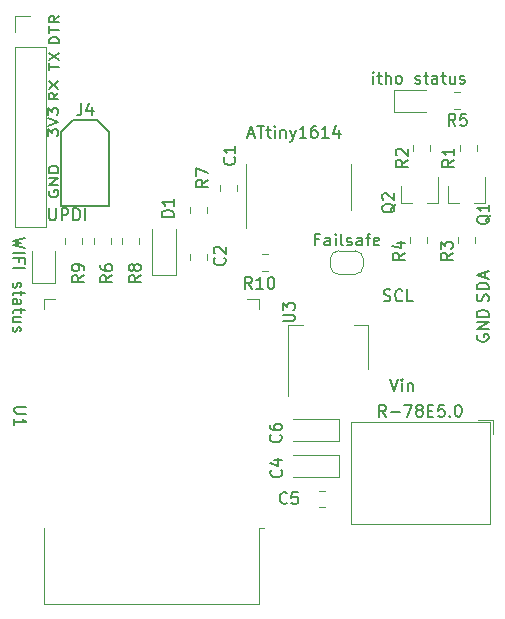
<source format=gto>
G04 #@! TF.GenerationSoftware,KiCad,Pcbnew,(5.1.9-0-10_14)*
G04 #@! TF.CreationDate,2021-01-29T16:34:27+01:00*
G04 #@! TF.ProjectId,ithowifi_4l,6974686f-7769-4666-995f-346c2e6b6963,rev?*
G04 #@! TF.SameCoordinates,Original*
G04 #@! TF.FileFunction,Legend,Top*
G04 #@! TF.FilePolarity,Positive*
%FSLAX46Y46*%
G04 Gerber Fmt 4.6, Leading zero omitted, Abs format (unit mm)*
G04 Created by KiCad (PCBNEW (5.1.9-0-10_14)) date 2021-01-29 16:34:27*
%MOMM*%
%LPD*%
G01*
G04 APERTURE LIST*
%ADD10C,0.150000*%
%ADD11C,0.120000*%
G04 APERTURE END LIST*
D10*
X87331600Y-121259504D02*
X87293504Y-121354742D01*
X87293504Y-121497600D01*
X87331600Y-121640457D01*
X87407790Y-121735695D01*
X87483980Y-121783314D01*
X87636361Y-121830933D01*
X87750647Y-121830933D01*
X87903028Y-121783314D01*
X87979219Y-121735695D01*
X88055409Y-121640457D01*
X88093504Y-121497600D01*
X88093504Y-121402361D01*
X88055409Y-121259504D01*
X88017314Y-121211885D01*
X87750647Y-121211885D01*
X87750647Y-121402361D01*
X88093504Y-120783314D02*
X87293504Y-120783314D01*
X88093504Y-120211885D01*
X87293504Y-120211885D01*
X88093504Y-119735695D02*
X87293504Y-119735695D01*
X87293504Y-119497600D01*
X87331600Y-119354742D01*
X87407790Y-119259504D01*
X87483980Y-119211885D01*
X87636361Y-119164266D01*
X87750647Y-119164266D01*
X87903028Y-119211885D01*
X87979219Y-119259504D01*
X88055409Y-119354742D01*
X88093504Y-119497600D01*
X88093504Y-119735695D01*
X87268104Y-116681095D02*
X87268104Y-116062047D01*
X87572866Y-116395380D01*
X87572866Y-116252523D01*
X87610961Y-116157285D01*
X87649057Y-116109666D01*
X87725247Y-116062047D01*
X87915723Y-116062047D01*
X87991914Y-116109666D01*
X88030009Y-116157285D01*
X88068104Y-116252523D01*
X88068104Y-116538238D01*
X88030009Y-116633476D01*
X87991914Y-116681095D01*
X87268104Y-115776333D02*
X88068104Y-115443000D01*
X87268104Y-115109666D01*
X87268104Y-114871571D02*
X87268104Y-114252523D01*
X87572866Y-114585857D01*
X87572866Y-114443000D01*
X87610961Y-114347761D01*
X87649057Y-114300142D01*
X87725247Y-114252523D01*
X87915723Y-114252523D01*
X87991914Y-114300142D01*
X88030009Y-114347761D01*
X88068104Y-114443000D01*
X88068104Y-114728714D01*
X88030009Y-114823952D01*
X87991914Y-114871571D01*
X87325390Y-122769380D02*
X87325390Y-123578904D01*
X87373009Y-123674142D01*
X87420628Y-123721761D01*
X87515866Y-123769380D01*
X87706342Y-123769380D01*
X87801580Y-123721761D01*
X87849200Y-123674142D01*
X87896819Y-123578904D01*
X87896819Y-122769380D01*
X88373009Y-123769380D02*
X88373009Y-122769380D01*
X88753961Y-122769380D01*
X88849200Y-122817000D01*
X88896819Y-122864619D01*
X88944438Y-122959857D01*
X88944438Y-123102714D01*
X88896819Y-123197952D01*
X88849200Y-123245571D01*
X88753961Y-123293190D01*
X88373009Y-123293190D01*
X89373009Y-123769380D02*
X89373009Y-122769380D01*
X89611104Y-122769380D01*
X89753961Y-122817000D01*
X89849200Y-122912238D01*
X89896819Y-123007476D01*
X89944438Y-123197952D01*
X89944438Y-123340809D01*
X89896819Y-123531285D01*
X89849200Y-123626523D01*
X89753961Y-123721761D01*
X89611104Y-123769380D01*
X89373009Y-123769380D01*
X90373009Y-123769380D02*
X90373009Y-122769380D01*
X88093504Y-112968066D02*
X87712552Y-113301400D01*
X88093504Y-113539495D02*
X87293504Y-113539495D01*
X87293504Y-113158542D01*
X87331600Y-113063304D01*
X87369695Y-113015685D01*
X87445885Y-112968066D01*
X87560171Y-112968066D01*
X87636361Y-113015685D01*
X87674457Y-113063304D01*
X87712552Y-113158542D01*
X87712552Y-113539495D01*
X87293504Y-112634733D02*
X88093504Y-111968066D01*
X87293504Y-111968066D02*
X88093504Y-112634733D01*
X87318904Y-111048704D02*
X87318904Y-110477276D01*
X88118904Y-110762990D02*
X87318904Y-110762990D01*
X87318904Y-110239180D02*
X88118904Y-109572514D01*
X87318904Y-109572514D02*
X88118904Y-110239180D01*
X88144304Y-108788057D02*
X87344304Y-108788057D01*
X87344304Y-108549961D01*
X87382400Y-108407104D01*
X87458590Y-108311866D01*
X87534780Y-108264247D01*
X87687161Y-108216628D01*
X87801447Y-108216628D01*
X87953828Y-108264247D01*
X88030019Y-108311866D01*
X88106209Y-108407104D01*
X88144304Y-108549961D01*
X88144304Y-108788057D01*
X87344304Y-107930914D02*
X87344304Y-107359485D01*
X88144304Y-107645200D02*
X87344304Y-107645200D01*
X88144304Y-106454723D02*
X87763352Y-106788057D01*
X88144304Y-107026152D02*
X87344304Y-107026152D01*
X87344304Y-106645200D01*
X87382400Y-106549961D01*
X87420495Y-106502342D01*
X87496685Y-106454723D01*
X87610971Y-106454723D01*
X87687161Y-106502342D01*
X87725257Y-106549961D01*
X87763352Y-106645200D01*
X87763352Y-107026152D01*
X116197190Y-137247380D02*
X116530523Y-138247380D01*
X116863857Y-137247380D01*
X117197190Y-138247380D02*
X117197190Y-137580714D01*
X117197190Y-137247380D02*
X117149571Y-137295000D01*
X117197190Y-137342619D01*
X117244809Y-137295000D01*
X117197190Y-137247380D01*
X117197190Y-137342619D01*
X117673380Y-137580714D02*
X117673380Y-138247380D01*
X117673380Y-137675952D02*
X117721000Y-137628333D01*
X117816238Y-137580714D01*
X117959095Y-137580714D01*
X118054333Y-137628333D01*
X118101952Y-137723571D01*
X118101952Y-138247380D01*
X123579000Y-133476904D02*
X123531380Y-133572142D01*
X123531380Y-133715000D01*
X123579000Y-133857857D01*
X123674238Y-133953095D01*
X123769476Y-134000714D01*
X123959952Y-134048333D01*
X124102809Y-134048333D01*
X124293285Y-134000714D01*
X124388523Y-133953095D01*
X124483761Y-133857857D01*
X124531380Y-133715000D01*
X124531380Y-133619761D01*
X124483761Y-133476904D01*
X124436142Y-133429285D01*
X124102809Y-133429285D01*
X124102809Y-133619761D01*
X124531380Y-133000714D02*
X123531380Y-133000714D01*
X124531380Y-132429285D01*
X123531380Y-132429285D01*
X124531380Y-131953095D02*
X123531380Y-131953095D01*
X123531380Y-131715000D01*
X123579000Y-131572142D01*
X123674238Y-131476904D01*
X123769476Y-131429285D01*
X123959952Y-131381666D01*
X124102809Y-131381666D01*
X124293285Y-131429285D01*
X124388523Y-131476904D01*
X124483761Y-131572142D01*
X124531380Y-131715000D01*
X124531380Y-131953095D01*
X115649523Y-130579761D02*
X115792380Y-130627380D01*
X116030476Y-130627380D01*
X116125714Y-130579761D01*
X116173333Y-130532142D01*
X116220952Y-130436904D01*
X116220952Y-130341666D01*
X116173333Y-130246428D01*
X116125714Y-130198809D01*
X116030476Y-130151190D01*
X115840000Y-130103571D01*
X115744761Y-130055952D01*
X115697142Y-130008333D01*
X115649523Y-129913095D01*
X115649523Y-129817857D01*
X115697142Y-129722619D01*
X115744761Y-129675000D01*
X115840000Y-129627380D01*
X116078095Y-129627380D01*
X116220952Y-129675000D01*
X117220952Y-130532142D02*
X117173333Y-130579761D01*
X117030476Y-130627380D01*
X116935238Y-130627380D01*
X116792380Y-130579761D01*
X116697142Y-130484523D01*
X116649523Y-130389285D01*
X116601904Y-130198809D01*
X116601904Y-130055952D01*
X116649523Y-129865476D01*
X116697142Y-129770238D01*
X116792380Y-129675000D01*
X116935238Y-129627380D01*
X117030476Y-129627380D01*
X117173333Y-129675000D01*
X117220952Y-129722619D01*
X118125714Y-130627380D02*
X117649523Y-130627380D01*
X117649523Y-129627380D01*
X124483761Y-130627285D02*
X124531380Y-130484428D01*
X124531380Y-130246333D01*
X124483761Y-130151095D01*
X124436142Y-130103476D01*
X124340904Y-130055857D01*
X124245666Y-130055857D01*
X124150428Y-130103476D01*
X124102809Y-130151095D01*
X124055190Y-130246333D01*
X124007571Y-130436809D01*
X123959952Y-130532047D01*
X123912333Y-130579666D01*
X123817095Y-130627285D01*
X123721857Y-130627285D01*
X123626619Y-130579666D01*
X123579000Y-130532047D01*
X123531380Y-130436809D01*
X123531380Y-130198714D01*
X123579000Y-130055857D01*
X124531380Y-129627285D02*
X123531380Y-129627285D01*
X123531380Y-129389190D01*
X123579000Y-129246333D01*
X123674238Y-129151095D01*
X123769476Y-129103476D01*
X123959952Y-129055857D01*
X124102809Y-129055857D01*
X124293285Y-129103476D01*
X124388523Y-129151095D01*
X124483761Y-129246333D01*
X124531380Y-129389190D01*
X124531380Y-129627285D01*
X124245666Y-128674904D02*
X124245666Y-128198714D01*
X124531380Y-128770142D02*
X123531380Y-128436809D01*
X124531380Y-128103476D01*
D11*
X103997600Y-120966000D02*
X103997600Y-124416000D01*
X103997600Y-120966000D02*
X103997600Y-119016000D01*
X112867600Y-120966000D02*
X112867600Y-122916000D01*
X112867600Y-120966000D02*
X112867600Y-119016000D01*
D10*
X88366600Y-116332000D02*
X88366600Y-122555000D01*
X89382600Y-115316000D02*
X88366600Y-116332000D01*
X91414600Y-115316000D02*
X89382600Y-115316000D01*
X92430600Y-116332000D02*
X91414600Y-115316000D01*
X92430600Y-122555000D02*
X92430600Y-116332000D01*
X88366600Y-122555000D02*
X92430600Y-122555000D01*
D11*
X105097600Y-131260400D02*
X105097600Y-130480400D01*
X105097600Y-130480400D02*
X104097600Y-130480400D01*
X86857600Y-131260400D02*
X86857600Y-130480400D01*
X86857600Y-130480400D02*
X87857600Y-130480400D01*
X105097600Y-156225400D02*
X86857600Y-156225400D01*
X86857600Y-156225400D02*
X86857600Y-149805400D01*
X105097600Y-156225400D02*
X105097600Y-149805400D01*
X105097600Y-149805400D02*
X105477600Y-149805400D01*
X113922000Y-127055600D02*
X113922000Y-127655600D01*
X111822000Y-126355600D02*
X113222000Y-126355600D01*
X111122000Y-127655600D02*
X111122000Y-127055600D01*
X113222000Y-128355600D02*
X111822000Y-128355600D01*
X113922000Y-127655600D02*
G75*
G02*
X113222000Y-128355600I-700000J0D01*
G01*
X113222000Y-126355600D02*
G75*
G02*
X113922000Y-127055600I0J-700000D01*
G01*
X111122000Y-127055600D02*
G75*
G02*
X111822000Y-126355600I700000J0D01*
G01*
X111822000Y-128355600D02*
G75*
G02*
X111122000Y-127655600I0J700000D01*
G01*
X105306122Y-126645600D02*
X105823278Y-126645600D01*
X105306122Y-128065600D02*
X105823278Y-128065600D01*
X107946400Y-142489200D02*
X111856400Y-142489200D01*
X111856400Y-142489200D02*
X111856400Y-140619200D01*
X111856400Y-140619200D02*
X107946400Y-140619200D01*
X107950200Y-145486400D02*
X111860200Y-145486400D01*
X111860200Y-145486400D02*
X111860200Y-143616400D01*
X111860200Y-143616400D02*
X107950200Y-143616400D01*
X85908000Y-126404100D02*
X85908000Y-129089100D01*
X85908000Y-129089100D02*
X87828000Y-129089100D01*
X87828000Y-129089100D02*
X87828000Y-126404100D01*
X90118000Y-125265922D02*
X90118000Y-125783078D01*
X88698000Y-125265922D02*
X88698000Y-125783078D01*
X114357200Y-132608000D02*
X113097200Y-132608000D01*
X107537200Y-132608000D02*
X108797200Y-132608000D01*
X114357200Y-136368000D02*
X114357200Y-132608000D01*
X107537200Y-138618000D02*
X107537200Y-132608000D01*
X93524000Y-125783078D02*
X93524000Y-125265922D01*
X94944000Y-125783078D02*
X94944000Y-125265922D01*
X99239000Y-123166878D02*
X99239000Y-122649722D01*
X100659000Y-123166878D02*
X100659000Y-122649722D01*
X84395000Y-124367600D02*
X87055000Y-124367600D01*
X84395000Y-109067600D02*
X84395000Y-124367600D01*
X87055000Y-109067600D02*
X87055000Y-124367600D01*
X84395000Y-109067600D02*
X87055000Y-109067600D01*
X84395000Y-107797600D02*
X84395000Y-106467600D01*
X84395000Y-106467600D02*
X85725000Y-106467600D01*
X96028000Y-128436200D02*
X98028000Y-128436200D01*
X98028000Y-128436200D02*
X98028000Y-124536200D01*
X96028000Y-128436200D02*
X96028000Y-124536200D01*
X110178322Y-146660800D02*
X110695478Y-146660800D01*
X110178322Y-148080800D02*
X110695478Y-148080800D01*
X100659000Y-126614422D02*
X100659000Y-127131578D01*
X99239000Y-126614422D02*
X99239000Y-127131578D01*
X119237000Y-112705000D02*
X116552000Y-112705000D01*
X116552000Y-112705000D02*
X116552000Y-114625000D01*
X116552000Y-114625000D02*
X119237000Y-114625000D01*
X92531000Y-125783078D02*
X92531000Y-125265922D01*
X91111000Y-125783078D02*
X91111000Y-125265922D01*
X122150878Y-114375000D02*
X121633722Y-114375000D01*
X122150878Y-112955000D02*
X121633722Y-112955000D01*
X119328000Y-125202422D02*
X119328000Y-125719578D01*
X117908000Y-125202422D02*
X117908000Y-125719578D01*
X123392000Y-125202422D02*
X123392000Y-125719578D01*
X121972000Y-125202422D02*
X121972000Y-125719578D01*
X119582000Y-117365822D02*
X119582000Y-117882978D01*
X118162000Y-117365822D02*
X118162000Y-117882978D01*
X122149800Y-117882978D02*
X122149800Y-117365822D01*
X123569800Y-117882978D02*
X123569800Y-117365822D01*
X103224400Y-121312678D02*
X103224400Y-120795522D01*
X101804400Y-121312678D02*
X101804400Y-120795522D01*
X117078600Y-122299000D02*
X118008600Y-122299000D01*
X120238600Y-122299000D02*
X119308600Y-122299000D01*
X120238600Y-122299000D02*
X120238600Y-120139000D01*
X117078600Y-122299000D02*
X117078600Y-120839000D01*
X121076600Y-122299000D02*
X122006600Y-122299000D01*
X124236600Y-122299000D02*
X123306600Y-122299000D01*
X124236600Y-122299000D02*
X124236600Y-120139000D01*
X121076600Y-122299000D02*
X121076600Y-120839000D01*
X124630600Y-149511200D02*
X112909600Y-149511200D01*
X124630600Y-140891200D02*
X112909600Y-140891200D01*
X124630600Y-149511200D02*
X124630600Y-140891200D01*
X112909600Y-149511200D02*
X112909600Y-140891200D01*
X124870600Y-141891200D02*
X124870600Y-140651200D01*
X124870600Y-140651200D02*
X123630600Y-140651200D01*
D10*
X104196047Y-116498666D02*
X104672238Y-116498666D01*
X104100809Y-116784380D02*
X104434142Y-115784380D01*
X104767476Y-116784380D01*
X104957952Y-115784380D02*
X105529380Y-115784380D01*
X105243666Y-116784380D02*
X105243666Y-115784380D01*
X105719857Y-116117714D02*
X106100809Y-116117714D01*
X105862714Y-115784380D02*
X105862714Y-116641523D01*
X105910333Y-116736761D01*
X106005571Y-116784380D01*
X106100809Y-116784380D01*
X106434142Y-116784380D02*
X106434142Y-116117714D01*
X106434142Y-115784380D02*
X106386523Y-115832000D01*
X106434142Y-115879619D01*
X106481761Y-115832000D01*
X106434142Y-115784380D01*
X106434142Y-115879619D01*
X106910333Y-116117714D02*
X106910333Y-116784380D01*
X106910333Y-116212952D02*
X106957952Y-116165333D01*
X107053190Y-116117714D01*
X107196047Y-116117714D01*
X107291285Y-116165333D01*
X107338904Y-116260571D01*
X107338904Y-116784380D01*
X107719857Y-116117714D02*
X107957952Y-116784380D01*
X108196047Y-116117714D02*
X107957952Y-116784380D01*
X107862714Y-117022476D01*
X107815095Y-117070095D01*
X107719857Y-117117714D01*
X109100809Y-116784380D02*
X108529380Y-116784380D01*
X108815095Y-116784380D02*
X108815095Y-115784380D01*
X108719857Y-115927238D01*
X108624619Y-116022476D01*
X108529380Y-116070095D01*
X109957952Y-115784380D02*
X109767476Y-115784380D01*
X109672238Y-115832000D01*
X109624619Y-115879619D01*
X109529380Y-116022476D01*
X109481761Y-116212952D01*
X109481761Y-116593904D01*
X109529380Y-116689142D01*
X109577000Y-116736761D01*
X109672238Y-116784380D01*
X109862714Y-116784380D01*
X109957952Y-116736761D01*
X110005571Y-116689142D01*
X110053190Y-116593904D01*
X110053190Y-116355809D01*
X110005571Y-116260571D01*
X109957952Y-116212952D01*
X109862714Y-116165333D01*
X109672238Y-116165333D01*
X109577000Y-116212952D01*
X109529380Y-116260571D01*
X109481761Y-116355809D01*
X111005571Y-116784380D02*
X110434142Y-116784380D01*
X110719857Y-116784380D02*
X110719857Y-115784380D01*
X110624619Y-115927238D01*
X110529380Y-116022476D01*
X110434142Y-116070095D01*
X111862714Y-116117714D02*
X111862714Y-116784380D01*
X111624619Y-115736761D02*
X111386523Y-116451047D01*
X112005571Y-116451047D01*
X90052566Y-113879380D02*
X90052566Y-114593666D01*
X90004947Y-114736523D01*
X89909709Y-114831761D01*
X89766852Y-114879380D01*
X89671614Y-114879380D01*
X90957328Y-114212714D02*
X90957328Y-114879380D01*
X90719233Y-113831761D02*
X90481138Y-114546047D01*
X91100185Y-114546047D01*
X85383619Y-139573095D02*
X84574095Y-139573095D01*
X84478857Y-139620714D01*
X84431238Y-139668333D01*
X84383619Y-139763571D01*
X84383619Y-139954047D01*
X84431238Y-140049285D01*
X84478857Y-140096904D01*
X84574095Y-140144523D01*
X85383619Y-140144523D01*
X84383619Y-141144523D02*
X84383619Y-140573095D01*
X84383619Y-140858809D02*
X85383619Y-140858809D01*
X85240761Y-140763571D01*
X85145523Y-140668333D01*
X85097904Y-140573095D01*
X110141047Y-125384171D02*
X109807714Y-125384171D01*
X109807714Y-125907980D02*
X109807714Y-124907980D01*
X110283904Y-124907980D01*
X111093428Y-125907980D02*
X111093428Y-125384171D01*
X111045809Y-125288933D01*
X110950571Y-125241314D01*
X110760095Y-125241314D01*
X110664857Y-125288933D01*
X111093428Y-125860361D02*
X110998190Y-125907980D01*
X110760095Y-125907980D01*
X110664857Y-125860361D01*
X110617238Y-125765123D01*
X110617238Y-125669885D01*
X110664857Y-125574647D01*
X110760095Y-125527028D01*
X110998190Y-125527028D01*
X111093428Y-125479409D01*
X111569619Y-125907980D02*
X111569619Y-125241314D01*
X111569619Y-124907980D02*
X111522000Y-124955600D01*
X111569619Y-125003219D01*
X111617238Y-124955600D01*
X111569619Y-124907980D01*
X111569619Y-125003219D01*
X112188666Y-125907980D02*
X112093428Y-125860361D01*
X112045809Y-125765123D01*
X112045809Y-124907980D01*
X112522000Y-125860361D02*
X112617238Y-125907980D01*
X112807714Y-125907980D01*
X112902952Y-125860361D01*
X112950571Y-125765123D01*
X112950571Y-125717504D01*
X112902952Y-125622266D01*
X112807714Y-125574647D01*
X112664857Y-125574647D01*
X112569619Y-125527028D01*
X112522000Y-125431790D01*
X112522000Y-125384171D01*
X112569619Y-125288933D01*
X112664857Y-125241314D01*
X112807714Y-125241314D01*
X112902952Y-125288933D01*
X113807714Y-125907980D02*
X113807714Y-125384171D01*
X113760095Y-125288933D01*
X113664857Y-125241314D01*
X113474380Y-125241314D01*
X113379142Y-125288933D01*
X113807714Y-125860361D02*
X113712476Y-125907980D01*
X113474380Y-125907980D01*
X113379142Y-125860361D01*
X113331523Y-125765123D01*
X113331523Y-125669885D01*
X113379142Y-125574647D01*
X113474380Y-125527028D01*
X113712476Y-125527028D01*
X113807714Y-125479409D01*
X114141047Y-125241314D02*
X114522000Y-125241314D01*
X114283904Y-125907980D02*
X114283904Y-125050838D01*
X114331523Y-124955600D01*
X114426761Y-124907980D01*
X114522000Y-124907980D01*
X115236285Y-125860361D02*
X115141047Y-125907980D01*
X114950571Y-125907980D01*
X114855333Y-125860361D01*
X114807714Y-125765123D01*
X114807714Y-125384171D01*
X114855333Y-125288933D01*
X114950571Y-125241314D01*
X115141047Y-125241314D01*
X115236285Y-125288933D01*
X115283904Y-125384171D01*
X115283904Y-125479409D01*
X114807714Y-125574647D01*
X104487742Y-129585980D02*
X104154409Y-129109790D01*
X103916314Y-129585980D02*
X103916314Y-128585980D01*
X104297266Y-128585980D01*
X104392504Y-128633600D01*
X104440123Y-128681219D01*
X104487742Y-128776457D01*
X104487742Y-128919314D01*
X104440123Y-129014552D01*
X104392504Y-129062171D01*
X104297266Y-129109790D01*
X103916314Y-129109790D01*
X105440123Y-129585980D02*
X104868695Y-129585980D01*
X105154409Y-129585980D02*
X105154409Y-128585980D01*
X105059171Y-128728838D01*
X104963933Y-128824076D01*
X104868695Y-128871695D01*
X106059171Y-128585980D02*
X106154409Y-128585980D01*
X106249647Y-128633600D01*
X106297266Y-128681219D01*
X106344885Y-128776457D01*
X106392504Y-128966933D01*
X106392504Y-129205028D01*
X106344885Y-129395504D01*
X106297266Y-129490742D01*
X106249647Y-129538361D01*
X106154409Y-129585980D01*
X106059171Y-129585980D01*
X105963933Y-129538361D01*
X105916314Y-129490742D01*
X105868695Y-129395504D01*
X105821076Y-129205028D01*
X105821076Y-128966933D01*
X105868695Y-128776457D01*
X105916314Y-128681219D01*
X105963933Y-128633600D01*
X106059171Y-128585980D01*
X106910142Y-141949466D02*
X106957761Y-141997085D01*
X107005380Y-142139942D01*
X107005380Y-142235180D01*
X106957761Y-142378038D01*
X106862523Y-142473276D01*
X106767285Y-142520895D01*
X106576809Y-142568514D01*
X106433952Y-142568514D01*
X106243476Y-142520895D01*
X106148238Y-142473276D01*
X106053000Y-142378038D01*
X106005380Y-142235180D01*
X106005380Y-142139942D01*
X106053000Y-141997085D01*
X106100619Y-141949466D01*
X106005380Y-141092323D02*
X106005380Y-141282800D01*
X106053000Y-141378038D01*
X106100619Y-141425657D01*
X106243476Y-141520895D01*
X106433952Y-141568514D01*
X106814904Y-141568514D01*
X106910142Y-141520895D01*
X106957761Y-141473276D01*
X107005380Y-141378038D01*
X107005380Y-141187561D01*
X106957761Y-141092323D01*
X106910142Y-141044704D01*
X106814904Y-140997085D01*
X106576809Y-140997085D01*
X106481571Y-141044704D01*
X106433952Y-141092323D01*
X106386333Y-141187561D01*
X106386333Y-141378038D01*
X106433952Y-141473276D01*
X106481571Y-141520895D01*
X106576809Y-141568514D01*
X106960942Y-144921266D02*
X107008561Y-144968885D01*
X107056180Y-145111742D01*
X107056180Y-145206980D01*
X107008561Y-145349838D01*
X106913323Y-145445076D01*
X106818085Y-145492695D01*
X106627609Y-145540314D01*
X106484752Y-145540314D01*
X106294276Y-145492695D01*
X106199038Y-145445076D01*
X106103800Y-145349838D01*
X106056180Y-145206980D01*
X106056180Y-145111742D01*
X106103800Y-144968885D01*
X106151419Y-144921266D01*
X106389514Y-144064123D02*
X107056180Y-144064123D01*
X106008561Y-144302219D02*
X106722847Y-144540314D01*
X106722847Y-143921266D01*
X85256619Y-125286000D02*
X84256619Y-125524095D01*
X84970904Y-125714571D01*
X84256619Y-125905047D01*
X85256619Y-126143142D01*
X84256619Y-126524095D02*
X85256619Y-126524095D01*
X84780428Y-127333619D02*
X84780428Y-127000285D01*
X84256619Y-127000285D02*
X85256619Y-127000285D01*
X85256619Y-127476476D01*
X84256619Y-127857428D02*
X85256619Y-127857428D01*
X84304238Y-129047904D02*
X84256619Y-129143142D01*
X84256619Y-129333619D01*
X84304238Y-129428857D01*
X84399476Y-129476476D01*
X84447095Y-129476476D01*
X84542333Y-129428857D01*
X84589952Y-129333619D01*
X84589952Y-129190761D01*
X84637571Y-129095523D01*
X84732809Y-129047904D01*
X84780428Y-129047904D01*
X84875666Y-129095523D01*
X84923285Y-129190761D01*
X84923285Y-129333619D01*
X84875666Y-129428857D01*
X84923285Y-129762190D02*
X84923285Y-130143142D01*
X85256619Y-129905047D02*
X84399476Y-129905047D01*
X84304238Y-129952666D01*
X84256619Y-130047904D01*
X84256619Y-130143142D01*
X84256619Y-130905047D02*
X84780428Y-130905047D01*
X84875666Y-130857428D01*
X84923285Y-130762190D01*
X84923285Y-130571714D01*
X84875666Y-130476476D01*
X84304238Y-130905047D02*
X84256619Y-130809809D01*
X84256619Y-130571714D01*
X84304238Y-130476476D01*
X84399476Y-130428857D01*
X84494714Y-130428857D01*
X84589952Y-130476476D01*
X84637571Y-130571714D01*
X84637571Y-130809809D01*
X84685190Y-130905047D01*
X84923285Y-131238380D02*
X84923285Y-131619333D01*
X85256619Y-131381238D02*
X84399476Y-131381238D01*
X84304238Y-131428857D01*
X84256619Y-131524095D01*
X84256619Y-131619333D01*
X84923285Y-132381238D02*
X84256619Y-132381238D01*
X84923285Y-131952666D02*
X84399476Y-131952666D01*
X84304238Y-132000285D01*
X84256619Y-132095523D01*
X84256619Y-132238380D01*
X84304238Y-132333619D01*
X84351857Y-132381238D01*
X84304238Y-132809809D02*
X84256619Y-132905047D01*
X84256619Y-133095523D01*
X84304238Y-133190761D01*
X84399476Y-133238380D01*
X84447095Y-133238380D01*
X84542333Y-133190761D01*
X84589952Y-133095523D01*
X84589952Y-132952666D01*
X84637571Y-132857428D01*
X84732809Y-132809809D01*
X84780428Y-132809809D01*
X84875666Y-132857428D01*
X84923285Y-132952666D01*
X84923285Y-133095523D01*
X84875666Y-133190761D01*
X90241380Y-128436666D02*
X89765190Y-128770000D01*
X90241380Y-129008095D02*
X89241380Y-129008095D01*
X89241380Y-128627142D01*
X89289000Y-128531904D01*
X89336619Y-128484285D01*
X89431857Y-128436666D01*
X89574714Y-128436666D01*
X89669952Y-128484285D01*
X89717571Y-128531904D01*
X89765190Y-128627142D01*
X89765190Y-129008095D01*
X90241380Y-127960476D02*
X90241380Y-127770000D01*
X90193761Y-127674761D01*
X90146142Y-127627142D01*
X90003285Y-127531904D01*
X89812809Y-127484285D01*
X89431857Y-127484285D01*
X89336619Y-127531904D01*
X89289000Y-127579523D01*
X89241380Y-127674761D01*
X89241380Y-127865238D01*
X89289000Y-127960476D01*
X89336619Y-128008095D01*
X89431857Y-128055714D01*
X89669952Y-128055714D01*
X89765190Y-128008095D01*
X89812809Y-127960476D01*
X89860428Y-127865238D01*
X89860428Y-127674761D01*
X89812809Y-127579523D01*
X89765190Y-127531904D01*
X89669952Y-127484285D01*
X107097580Y-132333504D02*
X107907104Y-132333504D01*
X108002342Y-132285885D01*
X108049961Y-132238266D01*
X108097580Y-132143028D01*
X108097580Y-131952552D01*
X108049961Y-131857314D01*
X108002342Y-131809695D01*
X107907104Y-131762076D01*
X107097580Y-131762076D01*
X107097580Y-131381123D02*
X107097580Y-130762076D01*
X107478533Y-131095409D01*
X107478533Y-130952552D01*
X107526152Y-130857314D01*
X107573771Y-130809695D01*
X107669009Y-130762076D01*
X107907104Y-130762076D01*
X108002342Y-130809695D01*
X108049961Y-130857314D01*
X108097580Y-130952552D01*
X108097580Y-131238266D01*
X108049961Y-131333504D01*
X108002342Y-131381123D01*
X95067380Y-128436666D02*
X94591190Y-128770000D01*
X95067380Y-129008095D02*
X94067380Y-129008095D01*
X94067380Y-128627142D01*
X94115000Y-128531904D01*
X94162619Y-128484285D01*
X94257857Y-128436666D01*
X94400714Y-128436666D01*
X94495952Y-128484285D01*
X94543571Y-128531904D01*
X94591190Y-128627142D01*
X94591190Y-129008095D01*
X94495952Y-127865238D02*
X94448333Y-127960476D01*
X94400714Y-128008095D01*
X94305476Y-128055714D01*
X94257857Y-128055714D01*
X94162619Y-128008095D01*
X94115000Y-127960476D01*
X94067380Y-127865238D01*
X94067380Y-127674761D01*
X94115000Y-127579523D01*
X94162619Y-127531904D01*
X94257857Y-127484285D01*
X94305476Y-127484285D01*
X94400714Y-127531904D01*
X94448333Y-127579523D01*
X94495952Y-127674761D01*
X94495952Y-127865238D01*
X94543571Y-127960476D01*
X94591190Y-128008095D01*
X94686428Y-128055714D01*
X94876904Y-128055714D01*
X94972142Y-128008095D01*
X95019761Y-127960476D01*
X95067380Y-127865238D01*
X95067380Y-127674761D01*
X95019761Y-127579523D01*
X94972142Y-127531904D01*
X94876904Y-127484285D01*
X94686428Y-127484285D01*
X94591190Y-127531904D01*
X94543571Y-127579523D01*
X94495952Y-127674761D01*
X100782380Y-120359466D02*
X100306190Y-120692800D01*
X100782380Y-120930895D02*
X99782380Y-120930895D01*
X99782380Y-120549942D01*
X99830000Y-120454704D01*
X99877619Y-120407085D01*
X99972857Y-120359466D01*
X100115714Y-120359466D01*
X100210952Y-120407085D01*
X100258571Y-120454704D01*
X100306190Y-120549942D01*
X100306190Y-120930895D01*
X99782380Y-120026133D02*
X99782380Y-119359466D01*
X100782380Y-119788038D01*
X97861380Y-123495295D02*
X96861380Y-123495295D01*
X96861380Y-123257200D01*
X96909000Y-123114342D01*
X97004238Y-123019104D01*
X97099476Y-122971485D01*
X97289952Y-122923866D01*
X97432809Y-122923866D01*
X97623285Y-122971485D01*
X97718523Y-123019104D01*
X97813761Y-123114342D01*
X97861380Y-123257200D01*
X97861380Y-123495295D01*
X97861380Y-121971485D02*
X97861380Y-122542914D01*
X97861380Y-122257200D02*
X96861380Y-122257200D01*
X97004238Y-122352438D01*
X97099476Y-122447676D01*
X97147095Y-122542914D01*
X107453133Y-147702542D02*
X107405514Y-147750161D01*
X107262657Y-147797780D01*
X107167419Y-147797780D01*
X107024561Y-147750161D01*
X106929323Y-147654923D01*
X106881704Y-147559685D01*
X106834085Y-147369209D01*
X106834085Y-147226352D01*
X106881704Y-147035876D01*
X106929323Y-146940638D01*
X107024561Y-146845400D01*
X107167419Y-146797780D01*
X107262657Y-146797780D01*
X107405514Y-146845400D01*
X107453133Y-146893019D01*
X108357895Y-146797780D02*
X107881704Y-146797780D01*
X107834085Y-147273971D01*
X107881704Y-147226352D01*
X107976942Y-147178733D01*
X108215038Y-147178733D01*
X108310276Y-147226352D01*
X108357895Y-147273971D01*
X108405514Y-147369209D01*
X108405514Y-147607304D01*
X108357895Y-147702542D01*
X108310276Y-147750161D01*
X108215038Y-147797780D01*
X107976942Y-147797780D01*
X107881704Y-147750161D01*
X107834085Y-147702542D01*
X102160342Y-126961166D02*
X102207961Y-127008785D01*
X102255580Y-127151642D01*
X102255580Y-127246880D01*
X102207961Y-127389738D01*
X102112723Y-127484976D01*
X102017485Y-127532595D01*
X101827009Y-127580214D01*
X101684152Y-127580214D01*
X101493676Y-127532595D01*
X101398438Y-127484976D01*
X101303200Y-127389738D01*
X101255580Y-127246880D01*
X101255580Y-127151642D01*
X101303200Y-127008785D01*
X101350819Y-126961166D01*
X101350819Y-126580214D02*
X101303200Y-126532595D01*
X101255580Y-126437357D01*
X101255580Y-126199261D01*
X101303200Y-126104023D01*
X101350819Y-126056404D01*
X101446057Y-126008785D01*
X101541295Y-126008785D01*
X101684152Y-126056404D01*
X102255580Y-126627833D01*
X102255580Y-126008785D01*
X114760857Y-112212380D02*
X114760857Y-111545714D01*
X114760857Y-111212380D02*
X114713238Y-111260000D01*
X114760857Y-111307619D01*
X114808476Y-111260000D01*
X114760857Y-111212380D01*
X114760857Y-111307619D01*
X115094190Y-111545714D02*
X115475142Y-111545714D01*
X115237047Y-111212380D02*
X115237047Y-112069523D01*
X115284666Y-112164761D01*
X115379904Y-112212380D01*
X115475142Y-112212380D01*
X115808476Y-112212380D02*
X115808476Y-111212380D01*
X116237047Y-112212380D02*
X116237047Y-111688571D01*
X116189428Y-111593333D01*
X116094190Y-111545714D01*
X115951333Y-111545714D01*
X115856095Y-111593333D01*
X115808476Y-111640952D01*
X116856095Y-112212380D02*
X116760857Y-112164761D01*
X116713238Y-112117142D01*
X116665619Y-112021904D01*
X116665619Y-111736190D01*
X116713238Y-111640952D01*
X116760857Y-111593333D01*
X116856095Y-111545714D01*
X116998952Y-111545714D01*
X117094190Y-111593333D01*
X117141809Y-111640952D01*
X117189428Y-111736190D01*
X117189428Y-112021904D01*
X117141809Y-112117142D01*
X117094190Y-112164761D01*
X116998952Y-112212380D01*
X116856095Y-112212380D01*
X118332285Y-112164761D02*
X118427523Y-112212380D01*
X118618000Y-112212380D01*
X118713238Y-112164761D01*
X118760857Y-112069523D01*
X118760857Y-112021904D01*
X118713238Y-111926666D01*
X118618000Y-111879047D01*
X118475142Y-111879047D01*
X118379904Y-111831428D01*
X118332285Y-111736190D01*
X118332285Y-111688571D01*
X118379904Y-111593333D01*
X118475142Y-111545714D01*
X118618000Y-111545714D01*
X118713238Y-111593333D01*
X119046571Y-111545714D02*
X119427523Y-111545714D01*
X119189428Y-111212380D02*
X119189428Y-112069523D01*
X119237047Y-112164761D01*
X119332285Y-112212380D01*
X119427523Y-112212380D01*
X120189428Y-112212380D02*
X120189428Y-111688571D01*
X120141809Y-111593333D01*
X120046571Y-111545714D01*
X119856095Y-111545714D01*
X119760857Y-111593333D01*
X120189428Y-112164761D02*
X120094190Y-112212380D01*
X119856095Y-112212380D01*
X119760857Y-112164761D01*
X119713238Y-112069523D01*
X119713238Y-111974285D01*
X119760857Y-111879047D01*
X119856095Y-111831428D01*
X120094190Y-111831428D01*
X120189428Y-111783809D01*
X120522761Y-111545714D02*
X120903714Y-111545714D01*
X120665619Y-111212380D02*
X120665619Y-112069523D01*
X120713238Y-112164761D01*
X120808476Y-112212380D01*
X120903714Y-112212380D01*
X121665619Y-111545714D02*
X121665619Y-112212380D01*
X121237047Y-111545714D02*
X121237047Y-112069523D01*
X121284666Y-112164761D01*
X121379904Y-112212380D01*
X121522761Y-112212380D01*
X121618000Y-112164761D01*
X121665619Y-112117142D01*
X122094190Y-112164761D02*
X122189428Y-112212380D01*
X122379904Y-112212380D01*
X122475142Y-112164761D01*
X122522761Y-112069523D01*
X122522761Y-112021904D01*
X122475142Y-111926666D01*
X122379904Y-111879047D01*
X122237047Y-111879047D01*
X122141809Y-111831428D01*
X122094190Y-111736190D01*
X122094190Y-111688571D01*
X122141809Y-111593333D01*
X122237047Y-111545714D01*
X122379904Y-111545714D01*
X122475142Y-111593333D01*
X92654380Y-128436666D02*
X92178190Y-128770000D01*
X92654380Y-129008095D02*
X91654380Y-129008095D01*
X91654380Y-128627142D01*
X91702000Y-128531904D01*
X91749619Y-128484285D01*
X91844857Y-128436666D01*
X91987714Y-128436666D01*
X92082952Y-128484285D01*
X92130571Y-128531904D01*
X92178190Y-128627142D01*
X92178190Y-129008095D01*
X91654380Y-127579523D02*
X91654380Y-127770000D01*
X91702000Y-127865238D01*
X91749619Y-127912857D01*
X91892476Y-128008095D01*
X92082952Y-128055714D01*
X92463904Y-128055714D01*
X92559142Y-128008095D01*
X92606761Y-127960476D01*
X92654380Y-127865238D01*
X92654380Y-127674761D01*
X92606761Y-127579523D01*
X92559142Y-127531904D01*
X92463904Y-127484285D01*
X92225809Y-127484285D01*
X92130571Y-127531904D01*
X92082952Y-127579523D01*
X92035333Y-127674761D01*
X92035333Y-127865238D01*
X92082952Y-127960476D01*
X92130571Y-128008095D01*
X92225809Y-128055714D01*
X121725633Y-115767380D02*
X121392300Y-115291190D01*
X121154204Y-115767380D02*
X121154204Y-114767380D01*
X121535157Y-114767380D01*
X121630395Y-114815000D01*
X121678014Y-114862619D01*
X121725633Y-114957857D01*
X121725633Y-115100714D01*
X121678014Y-115195952D01*
X121630395Y-115243571D01*
X121535157Y-115291190D01*
X121154204Y-115291190D01*
X122630395Y-114767380D02*
X122154204Y-114767380D01*
X122106585Y-115243571D01*
X122154204Y-115195952D01*
X122249442Y-115148333D01*
X122487538Y-115148333D01*
X122582776Y-115195952D01*
X122630395Y-115243571D01*
X122678014Y-115338809D01*
X122678014Y-115576904D01*
X122630395Y-115672142D01*
X122582776Y-115719761D01*
X122487538Y-115767380D01*
X122249442Y-115767380D01*
X122154204Y-115719761D01*
X122106585Y-115672142D01*
X117419380Y-126531666D02*
X116943190Y-126865000D01*
X117419380Y-127103095D02*
X116419380Y-127103095D01*
X116419380Y-126722142D01*
X116467000Y-126626904D01*
X116514619Y-126579285D01*
X116609857Y-126531666D01*
X116752714Y-126531666D01*
X116847952Y-126579285D01*
X116895571Y-126626904D01*
X116943190Y-126722142D01*
X116943190Y-127103095D01*
X116752714Y-125674523D02*
X117419380Y-125674523D01*
X116371761Y-125912619D02*
X117086047Y-126150714D01*
X117086047Y-125531666D01*
X121483380Y-126531666D02*
X121007190Y-126865000D01*
X121483380Y-127103095D02*
X120483380Y-127103095D01*
X120483380Y-126722142D01*
X120531000Y-126626904D01*
X120578619Y-126579285D01*
X120673857Y-126531666D01*
X120816714Y-126531666D01*
X120911952Y-126579285D01*
X120959571Y-126626904D01*
X121007190Y-126722142D01*
X121007190Y-127103095D01*
X120483380Y-126198333D02*
X120483380Y-125579285D01*
X120864333Y-125912619D01*
X120864333Y-125769761D01*
X120911952Y-125674523D01*
X120959571Y-125626904D01*
X121054809Y-125579285D01*
X121292904Y-125579285D01*
X121388142Y-125626904D01*
X121435761Y-125674523D01*
X121483380Y-125769761D01*
X121483380Y-126055476D01*
X121435761Y-126150714D01*
X121388142Y-126198333D01*
X117673380Y-118657666D02*
X117197190Y-118991000D01*
X117673380Y-119229095D02*
X116673380Y-119229095D01*
X116673380Y-118848142D01*
X116721000Y-118752904D01*
X116768619Y-118705285D01*
X116863857Y-118657666D01*
X117006714Y-118657666D01*
X117101952Y-118705285D01*
X117149571Y-118752904D01*
X117197190Y-118848142D01*
X117197190Y-119229095D01*
X116768619Y-118276714D02*
X116721000Y-118229095D01*
X116673380Y-118133857D01*
X116673380Y-117895761D01*
X116721000Y-117800523D01*
X116768619Y-117752904D01*
X116863857Y-117705285D01*
X116959095Y-117705285D01*
X117101952Y-117752904D01*
X117673380Y-118324333D01*
X117673380Y-117705285D01*
X121610380Y-118657666D02*
X121134190Y-118991000D01*
X121610380Y-119229095D02*
X120610380Y-119229095D01*
X120610380Y-118848142D01*
X120658000Y-118752904D01*
X120705619Y-118705285D01*
X120800857Y-118657666D01*
X120943714Y-118657666D01*
X121038952Y-118705285D01*
X121086571Y-118752904D01*
X121134190Y-118848142D01*
X121134190Y-119229095D01*
X121610380Y-117705285D02*
X121610380Y-118276714D01*
X121610380Y-117991000D02*
X120610380Y-117991000D01*
X120753238Y-118086238D01*
X120848476Y-118181476D01*
X120896095Y-118276714D01*
X102998542Y-118454466D02*
X103046161Y-118502085D01*
X103093780Y-118644942D01*
X103093780Y-118740180D01*
X103046161Y-118883038D01*
X102950923Y-118978276D01*
X102855685Y-119025895D01*
X102665209Y-119073514D01*
X102522352Y-119073514D01*
X102331876Y-119025895D01*
X102236638Y-118978276D01*
X102141400Y-118883038D01*
X102093780Y-118740180D01*
X102093780Y-118644942D01*
X102141400Y-118502085D01*
X102189019Y-118454466D01*
X103093780Y-117502085D02*
X103093780Y-118073514D01*
X103093780Y-117787800D02*
X102093780Y-117787800D01*
X102236638Y-117883038D01*
X102331876Y-117978276D01*
X102379495Y-118073514D01*
X116622219Y-122380238D02*
X116574600Y-122475476D01*
X116479361Y-122570714D01*
X116336504Y-122713571D01*
X116288885Y-122808809D01*
X116288885Y-122904047D01*
X116526980Y-122856428D02*
X116479361Y-122951666D01*
X116384123Y-123046904D01*
X116193647Y-123094523D01*
X115860314Y-123094523D01*
X115669838Y-123046904D01*
X115574600Y-122951666D01*
X115526980Y-122856428D01*
X115526980Y-122665952D01*
X115574600Y-122570714D01*
X115669838Y-122475476D01*
X115860314Y-122427857D01*
X116193647Y-122427857D01*
X116384123Y-122475476D01*
X116479361Y-122570714D01*
X116526980Y-122665952D01*
X116526980Y-122856428D01*
X115622219Y-122046904D02*
X115574600Y-121999285D01*
X115526980Y-121904047D01*
X115526980Y-121665952D01*
X115574600Y-121570714D01*
X115622219Y-121523095D01*
X115717457Y-121475476D01*
X115812695Y-121475476D01*
X115955552Y-121523095D01*
X116526980Y-122094523D01*
X116526980Y-121475476D01*
X124664719Y-123348738D02*
X124617100Y-123443976D01*
X124521861Y-123539214D01*
X124379004Y-123682071D01*
X124331385Y-123777309D01*
X124331385Y-123872547D01*
X124569480Y-123824928D02*
X124521861Y-123920166D01*
X124426623Y-124015404D01*
X124236147Y-124063023D01*
X123902814Y-124063023D01*
X123712338Y-124015404D01*
X123617100Y-123920166D01*
X123569480Y-123824928D01*
X123569480Y-123634452D01*
X123617100Y-123539214D01*
X123712338Y-123443976D01*
X123902814Y-123396357D01*
X124236147Y-123396357D01*
X124426623Y-123443976D01*
X124521861Y-123539214D01*
X124569480Y-123634452D01*
X124569480Y-123824928D01*
X124569480Y-122443976D02*
X124569480Y-123015404D01*
X124569480Y-122729690D02*
X123569480Y-122729690D01*
X123712338Y-122824928D01*
X123807576Y-122920166D01*
X123855195Y-123015404D01*
X115814838Y-140406380D02*
X115481504Y-139930190D01*
X115243409Y-140406380D02*
X115243409Y-139406380D01*
X115624361Y-139406380D01*
X115719600Y-139454000D01*
X115767219Y-139501619D01*
X115814838Y-139596857D01*
X115814838Y-139739714D01*
X115767219Y-139834952D01*
X115719600Y-139882571D01*
X115624361Y-139930190D01*
X115243409Y-139930190D01*
X116243409Y-140025428D02*
X117005314Y-140025428D01*
X117386266Y-139406380D02*
X118052933Y-139406380D01*
X117624361Y-140406380D01*
X118576742Y-139834952D02*
X118481504Y-139787333D01*
X118433885Y-139739714D01*
X118386266Y-139644476D01*
X118386266Y-139596857D01*
X118433885Y-139501619D01*
X118481504Y-139454000D01*
X118576742Y-139406380D01*
X118767219Y-139406380D01*
X118862457Y-139454000D01*
X118910076Y-139501619D01*
X118957695Y-139596857D01*
X118957695Y-139644476D01*
X118910076Y-139739714D01*
X118862457Y-139787333D01*
X118767219Y-139834952D01*
X118576742Y-139834952D01*
X118481504Y-139882571D01*
X118433885Y-139930190D01*
X118386266Y-140025428D01*
X118386266Y-140215904D01*
X118433885Y-140311142D01*
X118481504Y-140358761D01*
X118576742Y-140406380D01*
X118767219Y-140406380D01*
X118862457Y-140358761D01*
X118910076Y-140311142D01*
X118957695Y-140215904D01*
X118957695Y-140025428D01*
X118910076Y-139930190D01*
X118862457Y-139882571D01*
X118767219Y-139834952D01*
X119386266Y-139882571D02*
X119719600Y-139882571D01*
X119862457Y-140406380D02*
X119386266Y-140406380D01*
X119386266Y-139406380D01*
X119862457Y-139406380D01*
X120767219Y-139406380D02*
X120291028Y-139406380D01*
X120243409Y-139882571D01*
X120291028Y-139834952D01*
X120386266Y-139787333D01*
X120624361Y-139787333D01*
X120719600Y-139834952D01*
X120767219Y-139882571D01*
X120814838Y-139977809D01*
X120814838Y-140215904D01*
X120767219Y-140311142D01*
X120719600Y-140358761D01*
X120624361Y-140406380D01*
X120386266Y-140406380D01*
X120291028Y-140358761D01*
X120243409Y-140311142D01*
X121243409Y-140311142D02*
X121291028Y-140358761D01*
X121243409Y-140406380D01*
X121195790Y-140358761D01*
X121243409Y-140311142D01*
X121243409Y-140406380D01*
X121910076Y-139406380D02*
X122005314Y-139406380D01*
X122100552Y-139454000D01*
X122148171Y-139501619D01*
X122195790Y-139596857D01*
X122243409Y-139787333D01*
X122243409Y-140025428D01*
X122195790Y-140215904D01*
X122148171Y-140311142D01*
X122100552Y-140358761D01*
X122005314Y-140406380D01*
X121910076Y-140406380D01*
X121814838Y-140358761D01*
X121767219Y-140311142D01*
X121719600Y-140215904D01*
X121671980Y-140025428D01*
X121671980Y-139787333D01*
X121719600Y-139596857D01*
X121767219Y-139501619D01*
X121814838Y-139454000D01*
X121910076Y-139406380D01*
M02*

</source>
